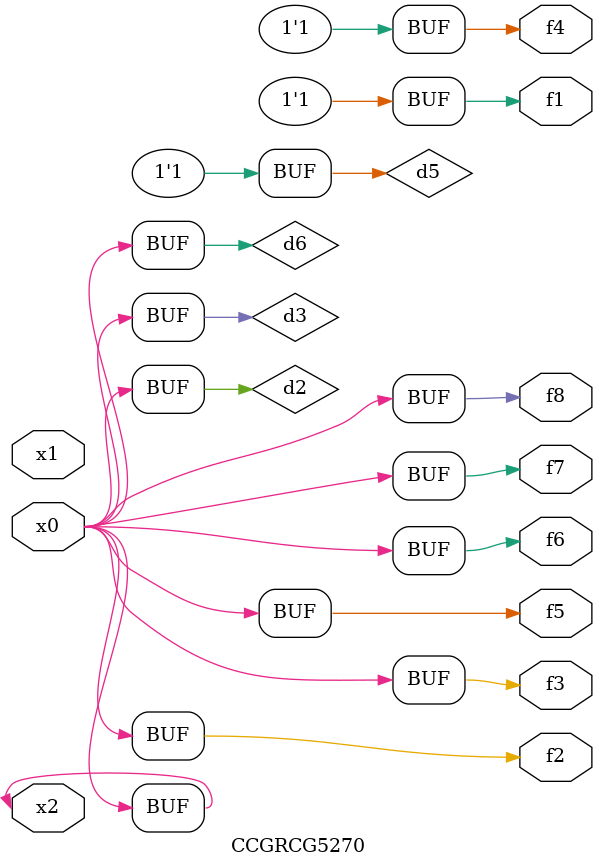
<source format=v>
module CCGRCG5270(
	input x0, x1, x2,
	output f1, f2, f3, f4, f5, f6, f7, f8
);

	wire d1, d2, d3, d4, d5, d6;

	xnor (d1, x2);
	buf (d2, x0, x2);
	and (d3, x0);
	xnor (d4, x1, x2);
	nand (d5, d1, d3);
	buf (d6, d2, d3);
	assign f1 = d5;
	assign f2 = d6;
	assign f3 = d6;
	assign f4 = d5;
	assign f5 = d6;
	assign f6 = d6;
	assign f7 = d6;
	assign f8 = d6;
endmodule

</source>
